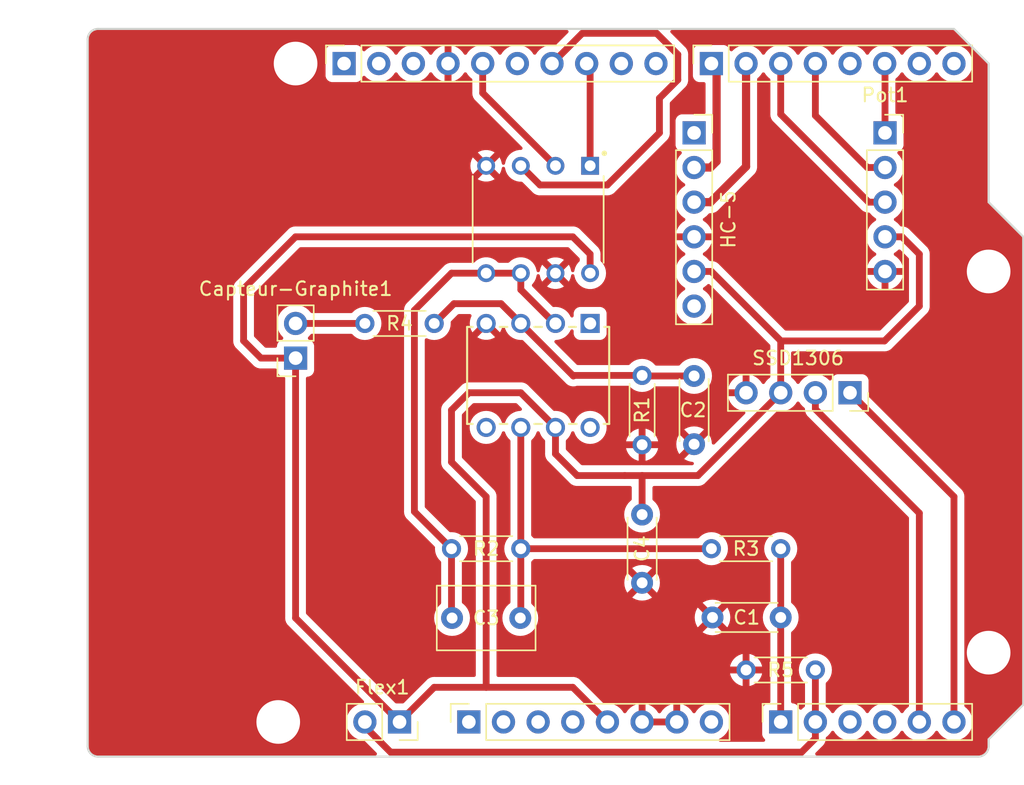
<source format=kicad_pcb>
(kicad_pcb (version 20221018) (generator pcbnew)
  (title_block (date "mar. 31 mars 2015"))
  (layers (0 "F.Cu" signal) (31 "B.Cu" signal) (34 "B.Paste" user) (35 "F.Paste" user) (36 "B.SilkS" user "B.Silkscreen") (37 "F.SilkS" user "F.Silkscreen") (38 "B.Mask" user) (39 "F.Mask" user) (44 "Edge.Cuts" user))
  (net 0 "")
  (net 1 "GND")
  (net 3 "ADC0")
  (net 4 "/IOREF")
  (net 5 "Net-(U1-+IN)")
  (net 6 "A")
  (net 7 "/A2")
  (net 8 "/A3")
  (net 9 "Net-(U1-OUT)")
  (net 10 "/12")
  (net 11 "/AREF")
  (net 12 "5V")
  (net 13 "SCK")
  (net 14 "/*9")
  (net 15 "/TX{slash}1")
  (net 16 "/*3")
  (net 17 "/RX{slash}0")
  (net 19 "/~{RESET}")
  (net 20 "MOSI")
  (net 21 "PWM{slash}SS")
  (net 22 "Net-(Capteur-Graphite1-Ampli)")
  (net 24 "/Vin")
  (net 25 "OLED SCL")
  (net 26 "OLED SDA")
  (net 27 "RXD")
  (net 28 "TXD")
  (net 29 "SW")
  (net 30 "DT")
  (net 31 "CLK")
  (net 36 "ADC1")
  (net 37 "/SCL{slash}A5")
  (net 38 "/SDA{slash}A4")
  (net 39 "/8")
  (footprint "Connector_PinSocket_2.54mm:PinSocket_1x08_P2.54mm_Vertical" (layer "F.Cu") (at 127.94 97.46 90)
    (fp_text reference "J1" hide)
    (fp_text value "Power")
    (fp_line (start -1.33 1.27) (end -1.33 19.11) (stroke (width 0.12)) (layer "F.SilkS"))
    (fp_line (start -1.33 1.27) (end 1.33 1.27) (stroke (width 0.12)) (layer "F.SilkS"))
    (fp_line (start -1.33 19.11) (end 1.33 19.11) (stroke (width 0.12)) (layer "F.SilkS"))
    (fp_line (start 0 -1.33) (end 1.33 -1.33) (stroke (width 0.12)) (layer "F.SilkS"))
    (fp_line (start 1.33 -1.33) (end 1.33 0) (stroke (width 0.12)) (layer "F.SilkS"))
    (fp_line (start 1.33 1.27) (end 1.33 19.11) (stroke (width 0.12)) (layer "F.SilkS"))
    (pad "1" thru_hole rect locked (at 0 0 90) (size 1.7 1.7) (drill 1) (layers "*.Cu" "*.Mask"))
    (pad "2" thru_hole oval locked (at 0 2.54 90) (size 1.7 1.7) (drill 1) (layers "*.Cu" "*.Mask") (net 4 "/IOREF"))
    (pad "3" thru_hole oval locked (at 0 5.08 90) (size 1.7 1.7) (drill 1) (layers "*.Cu" "*.Mask") (net 19 "/~{RESET}"))
    (pad "4" thru_hole oval locked (at 0 7.62 90) (size 1.7 1.7) (drill 1) (layers "*.Cu" "*.Mask"))
    (pad "5" thru_hole oval locked (at 0 10.16 90) (size 1.7 1.7) (drill 1) (layers "*.Cu" "*.Mask") (net 12 "5V"))
    (pad "6" thru_hole oval locked (at 0 12.7 90) (size 1.7 1.7) (drill 1) (layers "*.Cu" "*.Mask") (net 1 "GND"))
    (pad "7" thru_hole oval locked (at 0 15.24 90) (size 1.7 1.7) (drill 1) (layers "*.Cu" "*.Mask") (net 1 "GND"))
    (pad "8" thru_hole oval locked (at 0 17.78 90) (size 1.7 1.7) (drill 1) (layers "*.Cu" "*.Mask") (net 24 "/Vin"))
  )
  (footprint "Connector_PinSocket_2.54mm:PinSocket_1x06_P2.54mm_Vertical" (layer "F.Cu") (at 150.8 97.46 90)
    (fp_text reference "J3" hide)
    (fp_text value "Analog")
    (fp_line (start -1.33 1.27) (end -1.33 14.03) (stroke (width 0.12)) (layer "F.SilkS"))
    (fp_line (start -1.33 1.27) (end 1.33 1.27) (stroke (width 0.12)) (layer "F.SilkS"))
    (fp_line (start -1.33 14.03) (end 1.33 14.03) (stroke (width 0.12)) (layer "F.SilkS"))
    (fp_line (start 0 -1.33) (end 1.33 -1.33) (stroke (width 0.12)) (layer "F.SilkS"))
    (fp_line (start 1.33 -1.33) (end 1.33 0) (stroke (width 0.12)) (layer "F.SilkS"))
    (fp_line (start 1.33 1.27) (end 1.33 14.03) (stroke (width 0.12)) (layer "F.SilkS"))
    (pad "1" thru_hole rect locked (at 0 0 90) (size 1.7 1.7) (drill 1) (layers "*.Cu" "*.Mask") (net 3 "ADC0"))
    (pad "2" thru_hole oval locked (at 0 2.54 90) (size 1.7 1.7) (drill 1) (layers "*.Cu" "*.Mask") (net 36 "ADC1"))
    (pad "3" thru_hole oval locked (at 0 5.08 90) (size 1.7 1.7) (drill 1) (layers "*.Cu" "*.Mask") (net 7 "/A2"))
    (pad "4" thru_hole oval locked (at 0 7.62 90) (size 1.7 1.7) (drill 1) (layers "*.Cu" "*.Mask") (net 8 "/A3"))
    (pad "5" thru_hole oval locked (at 0 10.16 90) (size 1.7 1.7) (drill 1) (layers "*.Cu" "*.Mask") (net 26 "OLED SDA"))
    (pad "6" thru_hole oval locked (at 0 12.7 90) (size 1.7 1.7) (drill 1) (layers "*.Cu" "*.Mask") (net 25 "OLED SCL"))
  )
  (footprint "Connector_PinSocket_2.54mm:PinSocket_1x10_P2.54mm_Vertical" (layer "F.Cu") (at 118.796 49.2 90)
    (fp_text reference "J2" hide)
    (fp_text value "Digital/PWM")
    (fp_line (start -1.33 1.27) (end -1.33 24.19) (stroke (width 0.12)) (layer "F.SilkS"))
    (fp_line (start -1.33 1.27) (end 1.33 1.27) (stroke (width 0.12)) (layer "F.SilkS"))
    (fp_line (start -1.33 24.19) (end 1.33 24.19) (stroke (width 0.12)) (layer "F.SilkS"))
    (fp_line (start 0 -1.33) (end 1.33 -1.33) (stroke (width 0.12)) (layer "F.SilkS"))
    (fp_line (start 1.33 -1.33) (end 1.33 0) (stroke (width 0.12)) (layer "F.SilkS"))
    (fp_line (start 1.33 1.27) (end 1.33 24.19) (stroke (width 0.12)) (layer "F.SilkS"))
    (pad "1" thru_hole rect locked (at 0 0 90) (size 1.7 1.7) (drill 1) (layers "*.Cu" "*.Mask") (net 37 "/SCL{slash}A5"))
    (pad "2" thru_hole oval locked (at 0 2.54 90) (size 1.7 1.7) (drill 1) (layers "*.Cu" "*.Mask") (net 38 "/SDA{slash}A4"))
    (pad "3" thru_hole oval locked (at 0 5.08 90) (size 1.7 1.7) (drill 1) (layers "*.Cu" "*.Mask") (net 11 "/AREF"))
    (pad "4" thru_hole oval locked (at 0 7.62 90) (size 1.7 1.7) (drill 1) (layers "*.Cu" "*.Mask") (net 1 "GND"))
    (pad "5" thru_hole oval locked (at 0 10.16 90) (size 1.7 1.7) (drill 1) (layers "*.Cu" "*.Mask") (net 13 "SCK"))
    (pad "6" thru_hole oval locked (at 0 12.7 90) (size 1.7 1.7) (drill 1) (layers "*.Cu" "*.Mask") (net 10 "/12"))
    (pad "7" thru_hole oval locked (at 0 15.24 90) (size 1.7 1.7) (drill 1) (layers "*.Cu" "*.Mask") (net 20 "MOSI"))
    (pad "8" thru_hole oval locked (at 0 17.78 90) (size 1.7 1.7) (drill 1) (layers "*.Cu" "*.Mask") (net 21 "PWM{slash}SS"))
    (pad "9" thru_hole oval locked (at 0 20.32 90) (size 1.7 1.7) (drill 1) (layers "*.Cu" "*.Mask") (net 14 "/*9"))
    (pad "10" thru_hole oval locked (at 0 22.86 90) (size 1.7 1.7) (drill 1) (layers "*.Cu" "*.Mask") (net 39 "/8"))
  )
  (footprint "Connector_PinSocket_2.54mm:PinSocket_1x08_P2.54mm_Vertical" (layer "F.Cu") (at 145.72 49.2 90)
    (fp_text reference "J4" hide)
    (fp_text value "Digital/PWM")
    (fp_line (start -1.33 1.27) (end -1.33 19.11) (stroke (width 0.12)) (layer "F.SilkS"))
    (fp_line (start -1.33 1.27) (end 1.33 1.27) (stroke (width 0.12)) (layer "F.SilkS"))
    (fp_line (start -1.33 19.11) (end 1.33 19.11) (stroke (width 0.12)) (layer "F.SilkS"))
    (fp_line (start 0 -1.33) (end 1.33 -1.33) (stroke (width 0.12)) (layer "F.SilkS"))
    (fp_line (start 1.33 -1.33) (end 1.33 0) (stroke (width 0.12)) (layer "F.SilkS"))
    (fp_line (start 1.33 1.27) (end 1.33 19.11) (stroke (width 0.12)) (layer "F.SilkS"))
    (pad "1" thru_hole rect locked (at 0 0 90) (size 1.7 1.7) (drill 1) (layers "*.Cu" "*.Mask") (net 27 "RXD"))
    (pad "2" thru_hole oval locked (at 0 2.54 90) (size 1.7 1.7) (drill 1) (layers "*.Cu" "*.Mask") (net 28 "TXD"))
    (pad "3" thru_hole oval locked (at 0 5.08 90) (size 1.7 1.7) (drill 1) (layers "*.Cu" "*.Mask") (net 29 "SW"))
    (pad "4" thru_hole oval locked (at 0 7.62 90) (size 1.7 1.7) (drill 1) (layers "*.Cu" "*.Mask") (net 30 "DT"))
    (pad "5" thru_hole oval locked (at 0 10.16 90) (size 1.7 1.7) (drill 1) (layers "*.Cu" "*.Mask") (net 16 "/*3"))
    (pad "6" thru_hole oval locked (at 0 12.7 90) (size 1.7 1.7) (drill 1) (layers "*.Cu" "*.Mask") (net 31 "CLK"))
    (pad "7" thru_hole oval locked (at 0 15.24 90) (size 1.7 1.7) (drill 1) (layers "*.Cu" "*.Mask") (net 15 "/TX{slash}1"))
    (pad "8" thru_hole oval locked (at 0 17.78 90) (size 1.7 1.7) (drill 1) (layers "*.Cu" "*.Mask") (net 17 "/RX{slash}0"))
  )
  (footprint "Connector_PinSocket_2.54mm:PinSocket_1x02_P2.54mm_Vertical" (layer "F.Cu") (at 115.24 70.79 180)
    (fp_text reference "Capteur-Graphite1" (at 0 5.08) (layer "F.SilkS"))
    (fp_text value "Capteur Graphite")
    (fp_line (start -1.33 1.27) (end -1.33 3.87) (stroke (width 0.12)) (layer "F.SilkS"))
    (fp_line (start -1.33 1.27) (end 1.33 1.27) (stroke (width 0.12)) (layer "F.SilkS"))
    (fp_line (start -1.33 3.87) (end 1.33 3.87) (stroke (width 0.12)) (layer "F.SilkS"))
    (fp_line (start 0 -1.33) (end 1.33 -1.33) (stroke (width 0.12)) (layer "F.SilkS"))
    (fp_line (start 1.33 -1.33) (end 1.33 0) (stroke (width 0.12)) (layer "F.SilkS"))
    (fp_line (start 1.33 1.27) (end 1.33 3.87) (stroke (width 0.12)) (layer "F.SilkS"))
    (pad "1" thru_hole rect (at 0 0 180) (size 1.7 1.7) (drill 1) (layers "*.Cu" "*.Mask") (net 12 "5V"))
    (pad "2" thru_hole oval (at 0 2.54 180) (size 1.7 1.7) (drill 1) (layers "*.Cu" "*.Mask") (net 22 "Net-(Capteur-Graphite1-Ampli)"))
  )
  (footprint "Connector_PinSocket_2.54mm:PinSocket_1x04_P2.54mm_Vertical" (layer "F.Cu") (at 155.88 73.33 -90)
    (fp_text reference "SSD1306" (at -2.54 3.81) (layer "F.SilkS"))
    (fp_text value "SSD1306")
    (fp_line (start -1.33 1.27) (end -1.33 8.95) (stroke (width 0.12)) (layer "F.SilkS"))
    (fp_line (start -1.33 1.27) (end 1.33 1.27) (stroke (width 0.12)) (layer "F.SilkS"))
    (fp_line (start -1.33 8.95) (end 1.33 8.95) (stroke (width 0.12)) (layer "F.SilkS"))
    (fp_line (start 0 -1.33) (end 1.33 -1.33) (stroke (width 0.12)) (layer "F.SilkS"))
    (fp_line (start 1.33 -1.33) (end 1.33 0) (stroke (width 0.12)) (layer "F.SilkS"))
    (fp_line (start 1.33 1.27) (end 1.33 8.95) (stroke (width 0.12)) (layer "F.SilkS"))
    (pad "1" thru_hole rect (at 0 0 270) (size 1.7 1.7) (drill 1) (layers "*.Cu" "*.Mask") (net 25 "OLED SCL"))
    (pad "2" thru_hole oval (at 0 2.54 270) (size 1.7 1.7) (drill 1) (layers "*.Cu" "*.Mask") (net 26 "OLED SDA"))
    (pad "3" thru_hole oval (at 0 5.08 270) (size 1.7 1.7) (drill 1) (layers "*.Cu" "*.Mask") (net 12 "5V"))
    (pad "4" thru_hole oval (at 0 7.62 270) (size 1.7 1.7) (drill 1) (layers "*.Cu" "*.Mask") (net 1 "GND"))
  )
  (footprint "Ma_Librairie:LTC1050" (layer "F.Cu") (at 129.21 75.87 -90)
    (fp_text reference "U1" hide)
    (fp_text value "LTC1050#CN8")
    (fp_line (start -7.366 -9.017) (end -7.366 -8.6614) (stroke (width 0.1524)) (layer "F.SilkS"))
    (fp_line (start -7.366 -6.5786) (end -7.366 -6.0706) (stroke (width 0.1524)) (layer "F.SilkS"))
    (fp_line (start -7.366 -4.0894) (end -7.366 -3.5306) (stroke (width 0.1524)) (layer "F.SilkS"))
    (fp_line (start -7.366 -1.5494) (end -7.366 -0.9906) (stroke (width 0.1524)) (layer "F.SilkS"))
    (fp_line (start -7.366 0.9906) (end -7.366 1.397) (stroke (width 0.1524)) (layer "F.SilkS"))
    (fp_line (start -7.366 1.397) (end -0.254 1.397) (stroke (width 0.1524)) (layer "F.SilkS"))
    (fp_line (start -0.254 -9.017) (end -7.366 -9.017) (stroke (width 0.1524)) (layer "F.SilkS"))
    (fp_line (start -0.254 -8.6106) (end -0.254 -9.017) (stroke (width 0.1524)) (layer "F.SilkS"))
    (fp_line (start -0.254 -6.0706) (end -0.254 -6.6294) (stroke (width 0.1524)) (layer "F.SilkS"))
    (fp_line (start -0.254 -3.5306) (end -0.254 -4.0894) (stroke (width 0.1524)) (layer "F.SilkS"))
    (fp_line (start -0.254 -0.9906) (end -0.254 -1.5494) (stroke (width 0.1524)) (layer "F.SilkS"))
    (fp_line (start -0.254 1.397) (end -0.254 0.9906) (stroke (width 0.1524)) (layer "F.SilkS"))
    (pad "1" thru_hole rect (at -7.62 -7.62 270) (size 1.397 1.397) (drill 0.889) (layers "*.Cu" "*.Mask"))
    (pad "2" thru_hole circle (at -7.62 -5.08 270) (size 1.397 1.397) (drill 0.889) (layers "*.Cu" "*.Mask") (net 6 "A"))
    (pad "3" thru_hole circle (at -7.62 -2.54 270) (size 1.397 1.397) (drill 0.889) (layers "*.Cu" "*.Mask") (net 5 "Net-(U1-+IN)"))
    (pad "4" thru_hole circle (at -7.62 0 270) (size 1.397 1.397) (drill 0.889) (layers "*.Cu" "*.Mask") (net 1 "GND"))
    (pad "5" thru_hole circle (at 0 0 270) (size 1.397 1.397) (drill 0.889) (layers "*.Cu" "*.Mask"))
    (pad "6" thru_hole circle (at 0 -2.54 270) (size 1.397 1.397) (drill 0.889) (layers "*.Cu" "*.Mask") (net 9 "Net-(U1-OUT)"))
    (pad "7" thru_hole circle (at 0 -5.08 270) (size 1.397 1.397) (drill 0.889) (layers "*.Cu" "*.Mask") (net 12 "5V"))
    (pad "8" thru_hole circle (at 0 -7.62 270) (size 1.397 1.397) (drill 0.889) (layers "*.Cu" "*.Mask"))
  )
  (footprint "Resistor_THT:R_Axial_DIN0204_L3.6mm_D1.6mm_P5.08mm_Horizontal" (layer "F.Cu") (at 126.67 84.76)
    (fp_text reference "R2" (at 2.54 0) (layer "F.SilkS"))
    (fp_text value "100k")
    (fp_line (start 0.62 -0.92) (end 4.46 -0.92) (stroke (width 0.12)) (layer "F.SilkS"))
    (fp_line (start 0.62 0.92) (end 4.46 0.92) (stroke (width 0.12)) (layer "F.SilkS"))
    (pad "1" thru_hole circle (at 0 0) (size 1.4 1.4) (drill 0.8) (layers "*.Cu" "*.Mask") (net 6 "A"))
    (pad "2" thru_hole oval (at 5.08 0) (size 1.4 1.4) (drill 0.8) (layers "*.Cu" "*.Mask") (net 9 "Net-(U1-OUT)"))
  )
  (footprint "Resistor_THT:R_Axial_DIN0204_L3.6mm_D1.6mm_P5.08mm_Horizontal" (layer "F.Cu") (at 145.72 84.76)
    (fp_text reference "R3" (at 2.54 0 180) (layer "F.SilkS"))
    (fp_text value "1k")
    (fp_line (start 0.62 -0.92) (end 4.46 -0.92) (stroke (width 0.12)) (layer "F.SilkS"))
    (fp_line (start 0.62 0.92) (end 4.46 0.92) (stroke (width 0.12)) (layer "F.SilkS"))
    (pad "1" thru_hole circle (at 0 0) (size 1.4 1.4) (drill 0.8) (layers "*.Cu" "*.Mask") (net 9 "Net-(U1-OUT)"))
    (pad "2" thru_hole oval (at 5.08 0) (size 1.4 1.4) (drill 0.8) (layers "*.Cu" "*.Mask") (net 3 "ADC0"))
  )
  (footprint "Capacitor_THT:C_Disc_D4.3mm_W1.9mm_P5.00mm" (layer "F.Cu") (at 150.8 89.8 180)
    (fp_text reference "C1" (at 2.5 0 180) (layer "F.SilkS"))
    (fp_text value "100n")
    (fp_line (start 0.23 -1.07) (end 0.23 -1.055) (stroke (width 0.12)) (layer "F.SilkS"))
    (fp_line (start 0.23 -1.07) (end 4.77 -1.07) (stroke (width 0.12)) (layer "F.SilkS"))
    (fp_line (start 0.23 1.055) (end 0.23 1.07) (stroke (width 0.12)) (layer "F.SilkS"))
    (fp_line (start 0.23 1.07) (end 4.77 1.07) (stroke (width 0.12)) (layer "F.SilkS"))
    (fp_line (start 4.77 -1.07) (end 4.77 -1.055) (stroke (width 0.12)) (layer "F.SilkS"))
    (fp_line (start 4.77 1.055) (end 4.77 1.07) (stroke (width 0.12)) (layer "F.SilkS"))
    (pad "1" thru_hole circle (at 0 0 180) (size 1.6 1.6) (drill 0.8) (layers "*.Cu" "*.Mask") (net 3 "ADC0"))
    (pad "2" thru_hole circle (at 5 0 180) (size 1.6 1.6) (drill 0.8) (layers "*.Cu" "*.Mask") (net 1 "GND"))
  )
  (footprint "Arduino_MountingHole:MountingHole_3.2mm" (layer "F.Cu") (at 115.24 49.2)
    (fp_text reference "MH1" hide)
    (fp_text value "MountingHole_3.2mm" hide)
    (pad "" np_thru_hole circle locked (at 0 0) (size 3.2 3.2) (drill 3.2) (layers "*.Cu" "*.Mask"))
  )
  (footprint "Connector_PinSocket_2.54mm:PinSocket_1x05_P2.54mm_Vertical" (layer "F.Cu") (at 158.445 54.28)
    (fp_text reference "Pot1" (at 0 -2.77) (layer "F.SilkS"))
    (fp_text value "KY-040")
    (fp_line (start -1.33 1.27) (end -1.33 11.49) (stroke (width 0.12)) (layer "F.SilkS"))
    (fp_line (start -1.33 1.27) (end 1.33 1.27) (stroke (width 0.12)) (layer "F.SilkS"))
    (fp_line (start -1.33 11.49) (end 1.33 11.49) (stroke (width 0.12)) (layer "F.SilkS"))
    (fp_line (start 0 -1.33) (end 1.33 -1.33) (stroke (width 0.12)) (layer "F.SilkS"))
    (fp_line (start 1.33 -1.33) (end 1.33 0) (stroke (width 0.12)) (layer "F.SilkS"))
    (fp_line (start 1.33 1.27) (end 1.33 11.49) (stroke (width 0.12)) (layer "F.SilkS"))
    (pad "1" thru_hole rect (at 0 0) (size 1.7 1.7) (drill 1) (layers "*.Cu" "*.Mask") (net 31 "CLK"))
    (pad "2" thru_hole oval (at 0 2.54) (size 1.7 1.7) (drill 1) (layers "*.Cu" "*.Mask") (net 30 "DT"))
    (pad "3" thru_hole oval (at 0 5.08) (size 1.7 1.7) (drill 1) (layers "*.Cu" "*.Mask") (net 29 "SW"))
    (pad "4" thru_hole oval (at 0 7.62) (size 1.7 1.7) (drill 1) (layers "*.Cu" "*.Mask") (net 12 "5V"))
    (pad "5" thru_hole oval (at 0 10.16) (size 1.7 1.7) (drill 1) (layers "*.Cu" "*.Mask") (net 1 "GND"))
  )
  (footprint "Resistor_THT:R_Axial_DIN0204_L3.6mm_D1.6mm_P5.08mm_Horizontal" (layer "F.Cu") (at 120.32 68.25)
    (fp_text reference "R4" (at 2.54 0) (layer "F.SilkS"))
    (fp_text value "10k")
    (fp_line (start 0.62 -0.92) (end 4.46 -0.92) (stroke (width 0.12)) (layer "F.SilkS"))
    (fp_line (start 0.62 0.92) (end 4.46 0.92) (stroke (width 0.12)) (layer "F.SilkS"))
    (pad "1" thru_hole circle (at 0 0) (size 1.4 1.4) (drill 0.8) (layers "*.Cu" "*.Mask") (net 22 "Net-(Capteur-Graphite1-Ampli)"))
    (pad "2" thru_hole oval (at 5.08 0) (size 1.4 1.4) (drill 0.8) (layers "*.Cu" "*.Mask") (net 5 "Net-(U1-+IN)"))
  )
  (footprint "Resistor_THT:R_Axial_DIN0204_L3.6mm_D1.6mm_P5.08mm_Horizontal" (layer "F.Cu") (at 153.34 93.65 180)
    (fp_text reference "R5" (at 2.54 0) (layer "F.SilkS"))
    (fp_text value "47k")
    (fp_line (start 0.62 -0.92) (end 4.46 -0.92) (stroke (width 0.12)) (layer "F.SilkS"))
    (fp_line (start 0.62 0.92) (end 4.46 0.92) (stroke (width 0.12)) (layer "F.SilkS"))
    (pad "1" thru_hole circle (at 0 0 180) (size 1.4 1.4) (drill 0.8) (layers "*.Cu" "*.Mask") (net 36 "ADC1"))
    (pad "2" thru_hole oval (at 5.08 0 180) (size 1.4 1.4) (drill 0.8) (layers "*.Cu" "*.Mask") (net 1 "GND"))
  )
  (footprint "Resistor_THT:R_Axial_DIN0204_L3.6mm_D1.6mm_P5.08mm_Horizontal" (layer "F.Cu") (at 140.64 72.06 -90)
    (fp_text reference "R1" (at 2.54 0 90) (layer "F.SilkS"))
    (fp_text value "100k")
    (fp_line (start 0.62 -0.92) (end 4.46 -0.92) (stroke (width 0.12)) (layer "F.SilkS"))
    (fp_line (start 0.62 0.92) (end 4.46 0.92) (stroke (width 0.12)) (layer "F.SilkS"))
    (pad "1" thru_hole circle (at 0 0 270) (size 1.4 1.4) (drill 0.8) (layers "*.Cu" "*.Mask") (net 5 "Net-(U1-+IN)"))
    (pad "2" thru_hole oval (at 5.08 0 270) (size 1.4 1.4) (drill 0.8) (layers "*.Cu" "*.Mask") (net 1 "GND"))
  )
  (footprint "Connector_PinSocket_2.54mm:PinSocket_1x06_P2.54mm_Vertical" (layer "F.Cu") (at 144.45 54.28)
    (fp_text reference "HC-5" (at 2.515 6.35 90) (layer "F.SilkS"))
    (fp_text value "HC-05")
    (fp_line (start -1.33 1.27) (end -1.33 14.03) (stroke (width 0.12)) (layer "F.SilkS"))
    (fp_line (start -1.33 1.27) (end 1.33 1.27) (stroke (width 0.12)) (layer "F.SilkS"))
    (fp_line (start -1.33 14.03) (end 1.33 14.03) (stroke (width 0.12)) (layer "F.SilkS"))
    (fp_line (start 0 -1.33) (end 1.33 -1.33) (stroke (width 0.12)) (layer "F.SilkS"))
    (fp_line (start 1.33 -1.33) (end 1.33 0) (stroke (width 0.12)) (layer "F.SilkS"))
    (fp_line (start 1.33 1.27) (end 1.33 14.03) (stroke (width 0.12)) (layer "F.SilkS"))
    (pad "1" thru_hole rect (at 0 0) (size 1.7 1.7) (drill 1) (layers "*.Cu" "*.Mask"))
    (pad "2" thru_hole oval (at 0 2.54) (size 1.7 1.7) (drill 1) (layers "*.Cu" "*.Mask") (net 27 "RXD"))
    (pad "3" thru_hole oval (at 0 5.08) (size 1.7 1.7) (drill 1) (layers "*.Cu" "*.Mask") (net 28 "TXD"))
    (pad "4" thru_hole oval (at 0 7.62) (size 1.7 1.7) (drill 1) (layers "*.Cu" "*.Mask") (net 1 "GND"))
    (pad "5" thru_hole oval (at 0 10.16) (size 1.7 1.7) (drill 1) (layers "*.Cu" "*.Mask") (net 12 "5V"))
    (pad "6" thru_hole oval (at 0 12.7) (size 1.7 1.7) (drill 1) (layers "*.Cu" "*.Mask"))
  )
  (footprint "Connector_PinSocket_2.54mm:PinSocket_1x02_P2.54mm_Vertical" (layer "F.Cu") (at 122.86 97.46 -90)
    (fp_text reference "Flex1" (at -2.54 1.27) (layer "F.SilkS"))
    (fp_text value "Flex")
    (fp_line (start -1.33 1.27) (end -1.33 3.87) (stroke (width 0.12)) (layer "F.SilkS"))
    (fp_line (start -1.33 1.27) (end 1.33 1.27) (stroke (width 0.12)) (layer "F.SilkS"))
    (fp_line (start -1.33 3.87) (end 1.33 3.87) (stroke (width 0.12)) (layer "F.SilkS"))
    (fp_line (start 0 -1.33) (end 1.33 -1.33) (stroke (width 0.12)) (layer "F.SilkS"))
    (fp_line (start 1.33 -1.33) (end 1.33 0) (stroke (width 0.12)) (layer "F.SilkS"))
    (fp_line (start 1.33 1.27) (end 1.33 3.87) (stroke (width 0.12)) (layer "F.SilkS"))
    (pad "1" thru_hole rect (at 0 0 270) (size 1.7 1.7) (drill 1) (layers "*.Cu" "*.Mask") (net 12 "5V"))
    (pad "2" thru_hole oval (at 0 2.54 270) (size 1.7 1.7) (drill 1) (layers "*.Cu" "*.Mask") (net 36 "ADC1"))
  )
  (footprint "Capacitor_THT:C_Rect_L7.0mm_W4.5mm_P5.00mm" (layer "F.Cu") (at 126.71 89.84)
    (fp_text reference "C3" (at 2.5 0) (layer "F.SilkS"))
    (fp_text value "1u")
    (fp_line (start -1.12 -2.37) (end -1.12 2.37) (stroke (width 0.12)) (layer "F.SilkS"))
    (fp_line (start -1.12 -2.37) (end 6.12 -2.37) (stroke (width 0.12)) (layer "F.SilkS"))
    (fp_line (start -1.12 2.37) (end 6.12 2.37) (stroke (width 0.12)) (layer "F.SilkS"))
    (fp_line (start 6.12 -2.37) (end 6.12 2.37) (stroke (width 0.12)) (layer "F.SilkS"))
    (pad "1" thru_hole circle (at 0 0) (size 1.6 1.6) (drill 0.8) (layers "*.Cu" "*.Mask") (net 6 "A"))
    (pad "2" thru_hole circle (at 5 0) (size 1.6 1.6) (drill 0.8) (layers "*.Cu" "*.Mask") (net 9 "Net-(U1-OUT)"))
  )
  (footprint "Ma_Librairie:MCP" (layer "F.Cu") (at 133.02 60.63 -90)
    (fp_text reference "U2" hide)
    (fp_text value "MCP41050")
    (fp_line (start -3.18 -4.8) (end 3.18 -4.8) (stroke (width 0.127)) (layer "F.SilkS"))
    (fp_line (start 3.18 4.8) (end -3.18 4.8) (stroke (width 0.127)) (layer "F.SilkS"))
    (fp_circle (center -4.85 -4.85) (end -4.75 -4.85) (stroke (width 0.2)) (fill none) (layer "F.SilkS"))
    (pad "1" thru_hole rect (at -3.935 -3.81 270) (size 1.308 1.308) (drill 0.8) (layers "*.Cu" "*.Mask") (net 21 "PWM{slash}SS"))
    (pad "2" thru_hole circle (at -3.935 -1.27 270) (size 1.308 1.308) (drill 0.8) (layers "*.Cu" "*.Mask") (net 13 "SCK"))
    (pad "3" thru_hole circle (at -3.935 1.27 270) (size 1.308 1.308) (drill 0.8) (layers "*.Cu" "*.Mask") (net 20 "MOSI"))
    (pad "4" thru_hole circle (at -3.935 3.81 270) (size 1.308 1.308) (drill 0.8) (layers "*.Cu" "*.Mask") (net 1 "GND"))
    (pad "5" thru_hole circle (at 3.935 3.81 270) (size 1.308 1.308) (drill 0.8) (layers "*.Cu" "*.Mask") (net 6 "A"))
    (pad "6" thru_hole circle (at 3.935 1.27 270) (size 1.308 1.308) (drill 0.8) (layers "*.Cu" "*.Mask") (net 6 "A"))
    (pad "7" thru_hole circle (at 3.935 -1.27 270) (size 1.308 1.308) (drill 0.8) (layers "*.Cu" "*.Mask") (net 1 "GND"))
    (pad "8" thru_hole circle (at 3.935 -3.81 270) (size 1.308 1.308) (drill 0.8) (layers "*.Cu" "*.Mask") (net 12 "5V"))
  )
  (footprint "Capacitor_THT:C_Disc_D4.3mm_W1.9mm_P5.00mm" (layer "F.Cu") (at 140.64 87.26 90)
    (fp_text reference "C4" (at 2.5 0 90) (layer "F.SilkS"))
    (fp_text value "100n")
    (fp_line (start 0.23 -1.07) (end 0.23 -1.055) (stroke (width 0.12)) (layer "F.SilkS"))
    (fp_line (start 0.23 -1.07) (end 4.77 -1.07) (stroke (width 0.12)) (layer "F.SilkS"))
    (fp_line (start 0.23 1.055) (end 0.23 1.07) (stroke (width 0.12)) (layer "F.SilkS"))
    (fp_line (start 0.23 1.07) (end 4.77 1.07) (stroke (width 0.12)) (layer "F.SilkS"))
    (fp_line (start 4.77 -1.07) (end 4.77 -1.055) (stroke (width 0.12)) (layer "F.SilkS"))
    (fp_line (start 4.77 1.055) (end 4.77 1.07) (stroke (width 0.12)) (layer "F.SilkS"))
    (pad "1" thru_hole circle (at 0 0 90) (size 1.6 1.6) (drill 0.8) (layers "*.Cu" "*.Mask") (net 1 "GND"))
    (pad "2" thru_hole circle (at 5 0 90) (size 1.6 1.6) (drill 0.8) (layers "*.Cu" "*.Mask") (net 12 "5V"))
  )
  (footprint "Arduino_MountingHole:MountingHole_3.2mm" (layer "F.Cu") (at 113.97 97.46)
    (fp_text reference "MH2" hide)
    (fp_text value "MountingHole_3.2mm" hide)
    (pad "" np_thru_hole circle locked (at 0 0) (size 3.2 3.2) (drill 3.2) (layers "*.Cu" "*.Mask"))
  )
  (footprint "Arduino_MountingHole:MountingHole_3.2mm" (layer "F.Cu") (at 166.04 64.44)
    (fp_text reference "MH3" hide)
    (fp_text value "MountingHole_3.2mm" hide)
    (pad "" np_thru_hole circle locked (at 0 0) (size 3.2 3.2) (drill 3.2) (layers "*.Cu" "*.Mask"))
  )
  (footprint "Arduino_MountingHole:MountingHole_3.2mm" (layer "F.Cu") (at 166.04 92.38)
    (fp_text reference "MH4" hide)
    (fp_text value "MountingHole_3.2mm" hide)
    (pad "" np_thru_hole circle locked (at 0 0) (size 3.2 3.2) (drill 3.2) (layers "*.Cu" "*.Mask"))
  )
  (footprint "Capacitor_THT:C_Disc_D4.3mm_W1.9mm_P5.00mm" (layer "F.Cu") (at 144.45 72.1 -90)
    (fp_text reference "C2" (at 2.5 0.08 -180) (layer "F.SilkS"))
    (fp_text value "100n")
    (fp_line (start 0.23 -1.07) (end 0.23 -1.055) (stroke (width 0.12)) (layer "F.SilkS"))
    (fp_line (start 0.23 -1.07) (end 4.77 -1.07) (stroke (width 0.12)) (layer "F.SilkS"))
    (fp_line (start 0.23 1.055) (end 0.23 1.07) (stroke (width 0.12)) (layer "F.SilkS"))
    (fp_line (start 0.23 1.07) (end 4.77 1.07) (stroke (width 0.12)) (layer "F.SilkS"))
    (fp_line (start 4.77 -1.07) (end 4.77 -1.055) (stroke (width 0.12)) (layer "F.SilkS"))
    (fp_line (start 4.77 1.055) (end 4.77 1.07) (stroke (width 0.12)) (layer "F.SilkS"))
    (pad "1" thru_hole circle (at 0 0 270) (size 1.6 1.6) (drill 0.8) (layers "*.Cu" "*.Mask") (net 5 "Net-(U1-+IN)"))
    (pad "2" thru_hole circle (at 5 0 270) (size 1.6 1.6) (drill 0.8) (layers "*.Cu" "*.Mask") (net 1 "GND"))
  )
  (gr_line (start 166.04 59.36) (end 168.58 61.9) (stroke (width 0.15)) (layer "Edge.Cuts"))
  (gr_line (start 100 99.238) (end 100 47.422) (stroke (width 0.15)) (layer "Edge.Cuts"))
  (gr_line (start 168.58 61.9) (end 168.58 96.19) (stroke (width 0.15)) (layer "Edge.Cuts"))
  (gr_line (start 165.278 100) (end 100.762 100) (stroke (width 0.15)) (layer "Edge.Cuts"))
  (gr_line (start 100.762 46.66) (end 163.5 46.66) (stroke (width 0.15)) (layer "Edge.Cuts"))
  (gr_arc (start 100.762 100) (mid 100.223185 99.776815) (end 100 99.238) (stroke (width 0.15)) (layer "Edge.Cuts"))
  (gr_line (start 168.58 96.19) (end 166.04 98.73) (stroke (width 0.15)) (layer "Edge.Cuts"))
  (gr_line (start 163.5 46.66) (end 166.04 49.2) (stroke (width 0.15)) (layer "Edge.Cuts"))
  (gr_arc (start 166.04 99.238) (mid 165.816815 99.776815) (end 165.278 100) (stroke (width 0.15)) (layer "Edge.Cuts"))
  (gr_line (start 166.04 49.2) (end 166.04 59.36) (stroke (width 0.15)) (layer "Edge.Cuts"))
  (gr_line (start 166.04 98.73) (end 166.04 99.238) (stroke (width 0.15)) (layer "Edge.Cuts"))
  (gr_arc (start 100 47.422) (mid 100.223185 46.883185) (end 100.762 46.66) (stroke (width 0.15)) (layer "Edge.Cuts"))
  (segment (start 134.29 64.565) (end 134.29 64.44) (width 0.5) (layer "F.Cu") (net 1))
  (segment (start 126.416 49.2) (end 126.416 53.901) (width 0.5) (layer "F.Cu") (net 1))
  (segment (start 126.416 53.901) (end 129.21 56.695) (width 0.5) (layer "F.Cu") (net 1))
  (segment (start 140.68 77.1) (end 140.64 77.14) (width 0.5) (layer "F.Cu") (net 1))
  (segment (start 150.8 97.46) (end 150.8 89.8) (width 0.5) (layer "F.Cu") (net 3))
  (segment (start 150.8 89.8) (end 150.8 84.76) (width 0.5) (layer "F.Cu") (net 3))
  (segment (start 135.64 72.06) (end 135.6 72.1) (width 0.5) (layer "F.Cu") (net 5))
  (segment (start 140.64 72.06) (end 135.64 72.06) (width 0.5) (layer "F.Cu") (net 5))
  (segment (start 140.68 72.1) (end 140.64 72.06) (width 0.5) (layer "F.Cu") (net 5))
  (segment (start 126.8485 66.8015) (end 125.4 68.25) (width 0.5) (layer "F.Cu") (net 5))
  (segment (start 130.3015 66.8015) (end 126.8485 66.8015) (width 0.5) (layer "F.Cu") (net 5))
  (segment (start 131.75 68.25) (end 130.3015 66.8015) (width 0.5) (layer "F.Cu") (net 5))
  (segment (start 135.6 72.1) (end 131.75 68.25) (width 0.5) (layer "F.Cu") (net 5))
  (segment (start 144.45 72.1) (end 140.68 72.1) (width 0.5) (layer "F.Cu") (net 5))
  (segment (start 126.67 84.76) (end 123.95 82.04) (width 0.5) (layer "F.Cu") (net 6))
  (segment (start 129.21 64.565) (end 131.75 64.565) (width 0.5) (layer "F.Cu") (net 6))
  (segment (start 126.67 89.76) (end 126.75 89.84) (width 0.5) (layer "F.Cu") (net 6))
  (segment (start 134.29 68.25) (end 134.2275 68.25) (width 0.5) (layer "F.Cu") (net 6))
  (segment (start 123.95 82.04) (end 123.95 67.285) (width 0.5) (layer "F.Cu") (net 6))
  (segment (start 126.67 64.565) (end 123.95 67.285) (width 0.5) (layer "F.Cu") (net 6))
  (segment (start 126.67 84.76) (end 126.67 89.76) (width 0.5) (layer "F.Cu") (net 6))
  (segment (start 134.2275 68.25) (end 131.75 65.7725) (width 0.5) (layer "F.Cu") (net 6))
  (segment (start 131.75 65.7725) (end 131.75 64.565) (width 0.5) (layer "F.Cu") (net 6))
  (segment (start 129.21 64.565) (end 126.67 64.565) (width 0.5) (layer "F.Cu") (net 6))
  (segment (start 131.75 84.76) (end 131.75 75.87) (width 0.5) (layer "F.Cu") (net 9))
  (segment (start 145.72 84.76) (end 131.75 84.76) (width 0.5) (layer "F.Cu") (net 9))
  (segment (start 131.75 84.76) (end 131.75 89.84) (width 0.5) (layer "F.Cu") (net 9))
  (segment (start 115.24 89.84) (end 122.86 97.46) (width 0.5) (layer "F.Cu") (net 12))
  (segment (start 160.96 66.98) (end 158.4075 69.5325) (width 0.5) (layer "F.Cu") (net 12))
  (segment (start 127.94 73.33) (end 126.67 74.6) (width 0.5) (layer "F.Cu") (net 12))
  (segment (start 115.24 61.9) (end 135.56 61.9) (width 0.5) (layer "F.Cu") (net 12))
  (segment (start 125.4 94.92) (end 129.21 94.92) (width 0.5) (layer "F.Cu") (net 12))
  (segment (start 158.4075 69.5325) (end 150.8125 69.5325) (width 0.5) (layer "F.Cu") (net 12))
  (segment (start 131.75 73.33) (end 127.94 73.33) (width 0.5) (layer "F.Cu") (net 12))
  (segment (start 129.21 94.92) (end 135.56 94.92) (width 0.5) (layer "F.Cu") (net 12))
  (segment (start 134.29 75.87) (end 134.29 77.81) (width 0.5) (layer "F.Cu") (net 12))
  (segment (start 139.37 79.4) (end 135.88 79.4) (width 0.5) (layer "F.Cu") (net 12))
  (segment (start 150.8 73.33) (end 144.73 79.4) (width 0.5) (layer "F.Cu") (net 12))
  (segment (start 111.43 65.71) (end 115.24 61.9) (width 0.5) (layer "F.Cu") (net 12))
  (segment (start 129.21 94.92) (end 129.21 80.95) (width 0.5) (layer "F.Cu") (net 12))
  (segment (start 115.24 70.79) (end 115.24 89.84) (width 0.5) (layer "F.Cu") (net 12))
  (segment (start 140.64 79.4) (end 139.37 79.4) (width 0.5) (layer "F.Cu") (net 12))
  (segment (start 134.29 75.87) (end 131.75 73.33) (width 0.5) (layer "F.Cu") (net 12))
  (segment (start 150.8 69.545) (end 150.8 73.33) (width 0.5) (layer "F.Cu") (net 12))
  (segment (start 134.29 77.81) (end 135.88 79.4) (width 0.5) (layer "F.Cu") (net 12))
  (segment (start 111.43 69.52) (end 111.43 65.71) (width 0.5) (layer "F.Cu") (net 12))
  (segment (start 158.445 61.9) (end 159.69 61.9) (width 0.5) (layer "F.Cu") (net 12))
  (segment (start 160.96 63.17) (end 160.96 66.98) (width 0.5) (layer "F.Cu") (net 12))
  (segment (start 140.64 82.26) (end 140.64 79.4) (width 0.5) (layer "F.Cu") (net 12))
  (segment (start 122.86 97.46) (end 125.4 94.92) (width 0.5) (layer "F.Cu") (net 12))
  (segment (start 126.67 78.41) (end 129.21 80.95) (width 0.5) (layer "F.Cu") (net 12))
  (segment (start 150.8125 69.5325) (end 150.8 69.545) (width 0.5) (layer "F.Cu") (net 12))
  (segment (start 135.56 61.9) (end 136.83 63.17) (width 0.5) (layer "F.Cu") (net 12))
  (segment (start 115.24 70.79) (end 112.7 70.79) (width 0.5) (layer "F.Cu") (net 12))
  (segment (start 144.325 64.565) (end 144.45 64.44) (width 0.5) (layer "F.Cu") (net 12))
  (segment (start 144.73 79.4) (end 140.64 79.4) (width 0.5) (layer "F.Cu") (net 12))
  (segment (start 126.67 74.6) (end 126.67 78.41) (width 0.5) (layer "F.Cu") (net 12))
  (segment (start 145.72 64.44) (end 150.8125 69.5325) (width 0.5) (layer "F.Cu") (net 12))
  (segment (start 135.56 94.92) (end 138.1 97.46) (width 0.5) (layer "F.Cu") (net 12))
  (segment (start 144.45 64.44) (end 145.72 64.44) (width 0.5) (layer "F.Cu") (net 12))
  (segment (start 112.7 70.79) (end 111.43 69.52) (width 0.5) (layer "F.Cu") (net 12))
  (segment (start 136.83 63.17) (end 136.83 64.565) (width 0.5) (layer "F.Cu") (net 12))
  (segment (start 159.69 61.9) (end 160.96 63.17) (width 0.5) (layer "F.Cu") (net 12))
  (segment (start 128.956 49.2) (end 128.956 51.361) (width 0.5) (layer "F.Cu") (net 13))
  (segment (start 128.956 51.361) (end 134.29 56.695) (width 0.5) (layer "F.Cu") (net 13))
  (segment (start 138.091 58.099) (end 141.91 54.28) (width 0.5) (layer "F.Cu") (net 20))
  (segment (start 141.703742 46.985) (end 136.251 46.985) (width 0.5) (layer "F.Cu") (net 20))
  (segment (start 143.256 50.394) (end 143.256 48.537258) (width 0.5) (layer "F.Cu") (net 20))
  (segment (start 141.91 51.74) (end 143.256 50.394) (width 0.5) (layer "F.Cu") (net 20))
  (segment (start 134.29 49.454) (end 134.036 49.2) (width 0.5) (layer "F.Cu") (net 20))
  (segment (start 141.91 54.28) (end 141.91 51.74) (width 0.5) (layer "F.Cu") (net 20))
  (segment (start 133.154 58.099) (end 138.091 58.099) (width 0.5) (layer "F.Cu") (net 20))
  (segment (start 131.75 56.695) (end 131.75 56.82) (width 0.5) (layer "F.Cu") (net 20))
  (segment (start 131.75 56.695) (end 133.154 58.099) (width 0.5) (layer "F.Cu") (net 20))
  (segment (start 143.256 48.537258) (end 141.703742 46.985) (width 0.5) (layer "F.Cu") (net 20))
  (segment (start 131.75 56.82) (end 131.496 56.566) (width 0.5) (layer "F.Cu") (net 20))
  (segment (start 136.251 46.985) (end 134.036 49.2) (width 0.5) (layer "F.Cu") (net 20))
  (segment (start 136.83 49.454) (end 136.576 49.2) (width 0.5) (layer "F.Cu") (net 21))
  (segment (start 136.83 56.695) (end 136.83 49.454) (width 0.5) (layer "F.Cu") (net 21))
  (segment (start 120.32 68.25) (end 115.24 68.25) (width 0.5) (layer "F.Cu") (net 22))
  (segment (start 163.5 80.95) (end 155.88 73.33) (width 0.5) (layer "F.Cu") (net 25))
  (segment (start 163.5 97.46) (end 163.5 80.95) (width 0.5) (layer "F.Cu") (net 25))
  (segment (start 153.34 74.532081) (end 153.34 73.33) (width 0.5) (layer "F.Cu") (net 26))
  (segment (start 160.96 97.46) (end 160.96 82.15208) (width 0.5) (layer "F.Cu") (net 26))
  (segment (start 160.96 82.15208) (end 153.34 74.532081) (width 0.5) (layer "F.Cu") (net 26))
  (segment (start 146.1 49.58) (end 145.72 49.2) (width 0.6) (layer "F.Cu") (net 27))
  (segment (start 146.1 56.372081) (end 146.1 49.58) (width 0.6) (layer "F.Cu") (net 27))
  (segment (start 144.45 56.82) (end 145.652081 56.82) (width 0.6) (layer "F.Cu") (net 27))
  (segment (start 145.652081 56.82) (end 146.1 56.372081) (width 0.6) (layer "F.Cu") (net 27))
  (segment (start 148.26 49.2) (end 148.26 56.752081) (width 0.6) (layer "F.Cu") (net 28))
  (segment (start 148.26 56.752081) (end 145.652081 59.36) (width 0.6) (layer "F.Cu") (net 28))
  (segment (start 145.652081 59.36) (end 144.45 59.36) (width 0.6) (layer "F.Cu") (net 28))
  (segment (start 157.242919 59.36) (end 150.8 52.917081) (width 0.5) (layer "F.Cu") (net 29))
  (segment (start 158.445 59.36) (end 157.242919 59.36) (width 0.5) (layer "F.Cu") (net 29))
  (segment (start 150.8 52.917081) (end 150.8 49.2) (width 0.5) (layer "F.Cu") (net 29))
  (segment (start 153.34 53.01) (end 153.34 49.2) (width 0.5) (layer "F.Cu") (net 30))
  (segment (start 157.15 56.82) (end 153.34 53.01) (width 0.5) (layer "F.Cu") (net 30))
  (segment (start 158.445 56.82) (end 157.15 56.82) (width 0.5) (layer "F.Cu") (net 30))
  (segment (start 158.445 54.28) (end 158.445 49.225) (width 0.5) (layer "F.Cu") (net 31))
  (segment (start 158.445 49.225) (end 158.42 49.2) (width 0.5) (layer "F.Cu") (net 31))
  (segment (start 120.32 97.79) (end 120.32 97.46) (width 0.5) (layer "F.Cu") (net 36))
  (segment (start 153.34 93.65) (end 153.34 97.46) (width 0.5) (layer "F.Cu") (net 36))
  (segment (start 153.34 98.662081) (end 152.327081 99.675) (width 0.5) (layer "F.Cu") (net 36))
  (segment (start 153.34 97.46) (end 153.34 98.662081) (width 0.5) (layer "F.Cu") (net 36))
  (segment (start 122.205 99.675) (end 120.32 97.79) (width 0.5) (layer "F.Cu") (net 36))
  (segment (start 152.327081 99.675) (end 122.205 99.675) (width 0.5) (layer "F.Cu") (net 36))
  (segment (start 121.336 49.454) (end 121.336 49.2) (width 0.5) (layer "F.Cu") (net 38))
  (zone (net 1) (net_name "GND") (layer "F.Cu") (connect_pads (clearance 0.508)) (min_thickness 0.25) (fill yes (thermal_gap 0.5) (thermal_bridge_width 0.5))
    (polygon (pts (xy 100 46.66) (xy 168.58 46.66) (xy 168.58 100) (xy 100 100)))
  )
)
</source>
